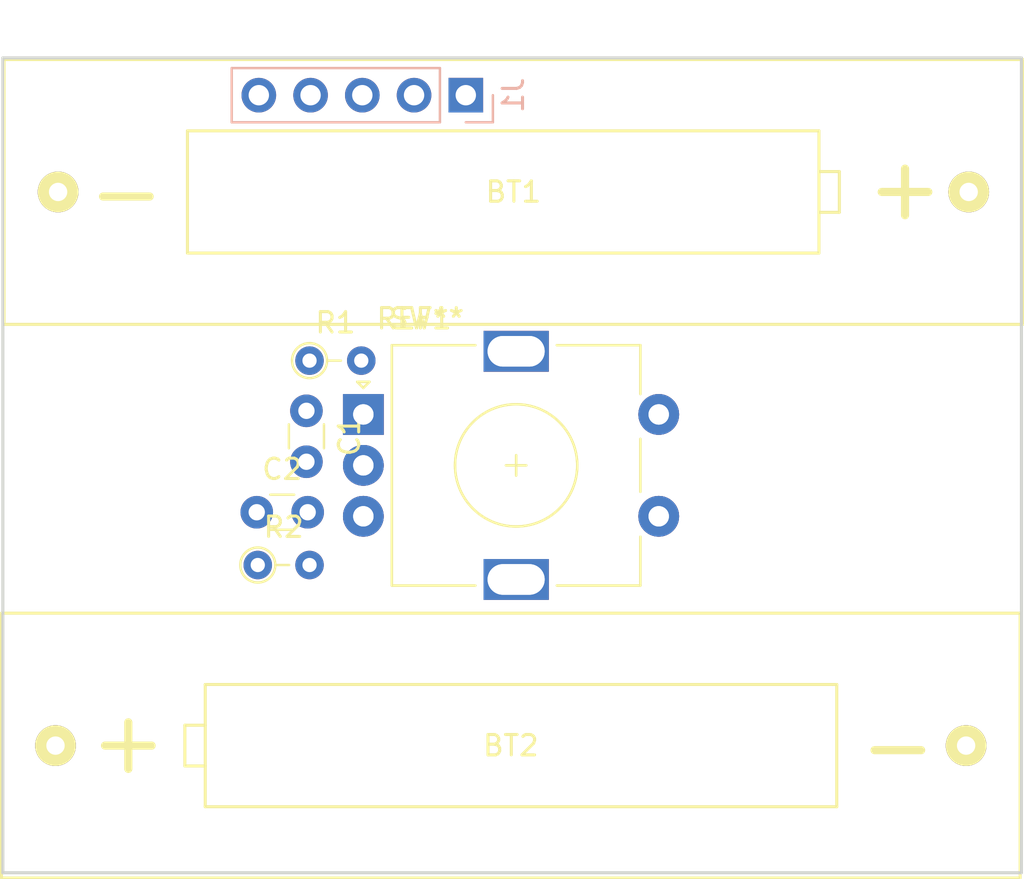
<source format=kicad_pcb>
(kicad_pcb (version 4) (host pcbnew 4.0.7)

  (general
    (links 14)
    (no_connects 14)
    (area 89.924999 69.924999 140.075001 110.075001)
    (thickness 1.6)
    (drawings 4)
    (tracks 0)
    (zones 0)
    (modules 9)
    (nets 9)
  )

  (page A4)
  (layers
    (0 F.Cu signal)
    (31 B.Cu signal)
    (32 B.Adhes user)
    (33 F.Adhes user)
    (34 B.Paste user)
    (35 F.Paste user)
    (36 B.SilkS user)
    (37 F.SilkS user)
    (38 B.Mask user)
    (39 F.Mask user)
    (40 Dwgs.User user)
    (41 Cmts.User user)
    (42 Eco1.User user)
    (43 Eco2.User user)
    (44 Edge.Cuts user)
    (45 Margin user)
    (46 B.CrtYd user)
    (47 F.CrtYd user)
    (48 B.Fab user)
    (49 F.Fab user)
  )

  (setup
    (last_trace_width 0.25)
    (trace_clearance 0.2)
    (zone_clearance 0.508)
    (zone_45_only no)
    (trace_min 0.2)
    (segment_width 0.2)
    (edge_width 0.15)
    (via_size 0.6)
    (via_drill 0.4)
    (via_min_size 0.4)
    (via_min_drill 0.3)
    (uvia_size 0.3)
    (uvia_drill 0.1)
    (uvias_allowed no)
    (uvia_min_size 0.2)
    (uvia_min_drill 0.1)
    (pcb_text_width 0.3)
    (pcb_text_size 1.5 1.5)
    (mod_edge_width 0.15)
    (mod_text_size 1 1)
    (mod_text_width 0.15)
    (pad_size 1.524 1.524)
    (pad_drill 0.762)
    (pad_to_mask_clearance 0.2)
    (aux_axis_origin 0 0)
    (visible_elements 7FFFFFFF)
    (pcbplotparams
      (layerselection 0x00030_80000001)
      (usegerberextensions false)
      (excludeedgelayer true)
      (linewidth 0.100000)
      (plotframeref false)
      (viasonmask false)
      (mode 1)
      (useauxorigin false)
      (hpglpennumber 1)
      (hpglpenspeed 20)
      (hpglpendiameter 15)
      (hpglpenoverlay 2)
      (psnegative false)
      (psa4output false)
      (plotreference true)
      (plotvalue true)
      (plotinvisibletext false)
      (padsonsilk false)
      (subtractmaskfromsilk false)
      (outputformat 1)
      (mirror false)
      (drillshape 1)
      (scaleselection 1)
      (outputdirectory ""))
  )

  (net 0 "")
  (net 1 VCC)
  (net 2 "Net-(BT1-Pad2)")
  (net 3 GND)
  (net 4 /CLK)
  (net 5 /DATA)
  (net 6 "Net-(J1-Pad3)")
  (net 7 "Net-(R1-Pad2)")
  (net 8 "Net-(R2-Pad2)")

  (net_class Default "This is the default net class."
    (clearance 0.2)
    (trace_width 0.25)
    (via_dia 0.6)
    (via_drill 0.4)
    (uvia_dia 0.3)
    (uvia_drill 0.1)
    (add_net /CLK)
    (add_net /DATA)
    (add_net GND)
    (add_net "Net-(BT1-Pad2)")
    (add_net "Net-(J1-Pad3)")
    (add_net "Net-(R1-Pad2)")
    (add_net "Net-(R2-Pad2)")
    (add_net VCC)
  )

  (module Rotary_Encoder:RotaryEncoder_Alps_EC11E-Switch_Vertical_H20mm_2 (layer F.Cu) (tedit 5BD62E55) (tstamp 5C34871D)
    (at 107.696 87.503)
    (descr "Alps rotary encoder, EC12E... with switch, vertical shaft, http://www.alps.com/prod/info/E/HTML/Encoder/Incremental/EC11/EC11E15204A3.html")
    (tags "rotary encoder")
    (fp_text reference REF** (at 2.8 -4.7) (layer F.SilkS)
      (effects (font (size 1 1) (thickness 0.15)))
    )
    (fp_text value RotaryEncoder_Alps_EC11E-Switch_Vertical_H20mm (at 7.5 10.4) (layer F.Fab)
      (effects (font (size 1 1) (thickness 0.15)))
    )
    (fp_text user %R (at 11.1 6.3) (layer F.Fab)
      (effects (font (size 1 1) (thickness 0.15)))
    )
    (fp_line (start 7 2.5) (end 8 2.5) (layer F.SilkS) (width 0.12))
    (fp_line (start 7.5 2) (end 7.5 3) (layer F.SilkS) (width 0.12))
    (fp_line (start 13.6 6) (end 13.6 8.4) (layer F.SilkS) (width 0.12))
    (fp_line (start 13.6 1.2) (end 13.6 3.8) (layer F.SilkS) (width 0.12))
    (fp_line (start 13.6 -3.4) (end 13.6 -1) (layer F.SilkS) (width 0.12))
    (fp_line (start 4.5 2.5) (end 10.5 2.5) (layer F.Fab) (width 0.12))
    (fp_line (start 7.5 -0.5) (end 7.5 5.5) (layer F.Fab) (width 0.12))
    (fp_line (start 0.3 -1.6) (end 0 -1.3) (layer F.SilkS) (width 0.12))
    (fp_line (start -0.3 -1.6) (end 0.3 -1.6) (layer F.SilkS) (width 0.12))
    (fp_line (start 0 -1.3) (end -0.3 -1.6) (layer F.SilkS) (width 0.12))
    (fp_line (start 1.4 -3.4) (end 1.4 8.4) (layer F.SilkS) (width 0.12))
    (fp_line (start 5.5 -3.4) (end 1.4 -3.4) (layer F.SilkS) (width 0.12))
    (fp_line (start 5.5 8.4) (end 1.4 8.4) (layer F.SilkS) (width 0.12))
    (fp_line (start 13.6 8.4) (end 9.5 8.4) (layer F.SilkS) (width 0.12))
    (fp_line (start 9.5 -3.4) (end 13.6 -3.4) (layer F.SilkS) (width 0.12))
    (fp_line (start 1.5 -2.2) (end 2.5 -3.3) (layer F.Fab) (width 0.12))
    (fp_line (start 1.5 8.3) (end 1.5 -2.2) (layer F.Fab) (width 0.12))
    (fp_line (start 13.5 8.3) (end 1.5 8.3) (layer F.Fab) (width 0.12))
    (fp_line (start 13.5 -3.3) (end 13.5 8.3) (layer F.Fab) (width 0.12))
    (fp_line (start 2.5 -3.3) (end 13.5 -3.3) (layer F.Fab) (width 0.12))
    (fp_line (start -1.5 -4.6) (end 16 -4.6) (layer F.CrtYd) (width 0.05))
    (fp_line (start -1.5 -4.6) (end -1.5 9.6) (layer F.CrtYd) (width 0.05))
    (fp_line (start 16 9.6) (end 16 -4.6) (layer F.CrtYd) (width 0.05))
    (fp_line (start 16 9.6) (end -1.5 9.6) (layer F.CrtYd) (width 0.05))
    (fp_circle (center 7.5 2.5) (end 10.5 2.5) (layer F.SilkS) (width 0.12))
    (fp_circle (center 7.5 2.5) (end 10.5 2.5) (layer F.Fab) (width 0.12))
    (pad 5 thru_hole circle (at 14.5 5) (size 2 2) (drill 1) (layers *.Cu *.Mask))
    (pad 4 thru_hole circle (at 14.5 0) (size 2 2) (drill 1) (layers *.Cu *.Mask))
    (pad MP thru_hole rect (at 7.5 8.1) (size 3.2 2) (drill oval 2.8 1.5) (layers *.Cu *.Mask))
    (pad MP thru_hole rect (at 7.5 -3.1) (size 3.2 2) (drill oval 2.8 1.5) (layers *.Cu *.Mask))
    (pad 3 thru_hole circle (at 0 5) (size 2 2) (drill 1) (layers *.Cu *.Mask))
    (pad 2 thru_hole circle (at 0 2.5) (size 2 2) (drill 1) (layers *.Cu *.Mask))
    (pad 1 thru_hole rect (at 0 0) (size 2 2) (drill 1) (layers *.Cu *.Mask))
    (model ../../../../../../Users/holger/kicad/walter/misc_comp/encoder_alps-ec12d.wrl
      (at (xyz 0.3 -0.1 -0))
      (scale (xyz 1 1 1))
      (rotate (xyz -0 0 90))
    )
  )

  (module Modules:AAA_Holder_Keystone2466 (layer F.Cu) (tedit 595C929F) (tstamp 5C34F52B)
    (at 115.062 76.581 270)
    (path /5C34EF65)
    (fp_text reference BT1 (at 0 0 360) (layer F.SilkS)
      (effects (font (size 1 1) (thickness 0.15)))
    )
    (fp_text value Battery_Cell (at 4.5 0 360) (layer F.Fab)
      (effects (font (size 1 1) (thickness 0.15)))
    )
    (fp_text user - (at 0 19 360) (layer F.SilkS)
      (effects (font (size 3 3) (thickness 0.4)))
    )
    (fp_line (start -1 -15) (end -1 -16) (layer F.SilkS) (width 0.15))
    (fp_line (start -1 -16) (end 1 -16) (layer F.SilkS) (width 0.15))
    (fp_line (start 1 -16) (end 1 -15) (layer F.SilkS) (width 0.15))
    (fp_line (start -3 -15) (end 3 -15) (layer F.SilkS) (width 0.15))
    (fp_line (start 3 -15) (end 3 16) (layer F.SilkS) (width 0.15))
    (fp_line (start 3 16) (end -3 16) (layer F.SilkS) (width 0.15))
    (fp_line (start -3 16) (end -3 -15) (layer F.SilkS) (width 0.15))
    (fp_text user + (at 0 -19 270) (layer F.SilkS)
      (effects (font (size 3 3) (thickness 0.4)))
    )
    (fp_line (start 0 -25) (end 6.5 -25) (layer F.SilkS) (width 0.15))
    (fp_line (start 6.5 -25) (end 6.5 25) (layer F.SilkS) (width 0.15))
    (fp_line (start 6.5 25) (end -6.5 25) (layer F.SilkS) (width 0.15))
    (fp_line (start -6.5 25) (end -6.5 -25) (layer F.SilkS) (width 0.15))
    (fp_line (start -6.5 -25) (end 0 -25) (layer F.SilkS) (width 0.15))
    (pad 1 thru_hole circle (at 0 -22.35 270) (size 2 2) (drill 0.9) (layers *.Cu *.Mask F.SilkS)
      (net 1 VCC))
    (pad 2 thru_hole circle (at 0 22.35 270) (size 2 2) (drill 0.9) (layers *.Cu *.Mask F.SilkS)
      (net 2 "Net-(BT1-Pad2)"))
  )

  (module Modules:AAA_Holder_Keystone2466 (layer F.Cu) (tedit 595C929F) (tstamp 5C34F53F)
    (at 114.935 103.759 90)
    (path /5C34EF80)
    (fp_text reference BT2 (at 0 0 180) (layer F.SilkS)
      (effects (font (size 1 1) (thickness 0.15)))
    )
    (fp_text value Battery_Cell (at 4.5 0 180) (layer F.Fab)
      (effects (font (size 1 1) (thickness 0.15)))
    )
    (fp_text user - (at 0 19 180) (layer F.SilkS)
      (effects (font (size 3 3) (thickness 0.4)))
    )
    (fp_line (start -1 -15) (end -1 -16) (layer F.SilkS) (width 0.15))
    (fp_line (start -1 -16) (end 1 -16) (layer F.SilkS) (width 0.15))
    (fp_line (start 1 -16) (end 1 -15) (layer F.SilkS) (width 0.15))
    (fp_line (start -3 -15) (end 3 -15) (layer F.SilkS) (width 0.15))
    (fp_line (start 3 -15) (end 3 16) (layer F.SilkS) (width 0.15))
    (fp_line (start 3 16) (end -3 16) (layer F.SilkS) (width 0.15))
    (fp_line (start -3 16) (end -3 -15) (layer F.SilkS) (width 0.15))
    (fp_text user + (at 0 -19 90) (layer F.SilkS)
      (effects (font (size 3 3) (thickness 0.4)))
    )
    (fp_line (start 0 -25) (end 6.5 -25) (layer F.SilkS) (width 0.15))
    (fp_line (start 6.5 -25) (end 6.5 25) (layer F.SilkS) (width 0.15))
    (fp_line (start 6.5 25) (end -6.5 25) (layer F.SilkS) (width 0.15))
    (fp_line (start -6.5 25) (end -6.5 -25) (layer F.SilkS) (width 0.15))
    (fp_line (start -6.5 -25) (end 0 -25) (layer F.SilkS) (width 0.15))
    (pad 1 thru_hole circle (at 0 -22.35 90) (size 2 2) (drill 0.9) (layers *.Cu *.Mask F.SilkS)
      (net 2 "Net-(BT1-Pad2)"))
    (pad 2 thru_hole circle (at 0 22.35 90) (size 2 2) (drill 0.9) (layers *.Cu *.Mask F.SilkS)
      (net 3 GND))
  )

  (module Pin_Headers:Pin_Header_Straight_1x05_Pitch2.54mm (layer B.Cu) (tedit 59650532) (tstamp 5C34F57E)
    (at 112.7252 71.8312 90)
    (descr "Through hole straight pin header, 1x05, 2.54mm pitch, single row")
    (tags "Through hole pin header THT 1x05 2.54mm single row")
    (path /5C34EE1F)
    (fp_text reference J1 (at 0 2.33 90) (layer B.SilkS)
      (effects (font (size 1 1) (thickness 0.15)) (justify mirror))
    )
    (fp_text value Conn_01x05 (at 0 -12.49 90) (layer B.Fab)
      (effects (font (size 1 1) (thickness 0.15)) (justify mirror))
    )
    (fp_line (start -0.635 1.27) (end 1.27 1.27) (layer B.Fab) (width 0.1))
    (fp_line (start 1.27 1.27) (end 1.27 -11.43) (layer B.Fab) (width 0.1))
    (fp_line (start 1.27 -11.43) (end -1.27 -11.43) (layer B.Fab) (width 0.1))
    (fp_line (start -1.27 -11.43) (end -1.27 0.635) (layer B.Fab) (width 0.1))
    (fp_line (start -1.27 0.635) (end -0.635 1.27) (layer B.Fab) (width 0.1))
    (fp_line (start -1.33 -11.49) (end 1.33 -11.49) (layer B.SilkS) (width 0.12))
    (fp_line (start -1.33 -1.27) (end -1.33 -11.49) (layer B.SilkS) (width 0.12))
    (fp_line (start 1.33 -1.27) (end 1.33 -11.49) (layer B.SilkS) (width 0.12))
    (fp_line (start -1.33 -1.27) (end 1.33 -1.27) (layer B.SilkS) (width 0.12))
    (fp_line (start -1.33 0) (end -1.33 1.33) (layer B.SilkS) (width 0.12))
    (fp_line (start -1.33 1.33) (end 0 1.33) (layer B.SilkS) (width 0.12))
    (fp_line (start -1.8 1.8) (end -1.8 -11.95) (layer B.CrtYd) (width 0.05))
    (fp_line (start -1.8 -11.95) (end 1.8 -11.95) (layer B.CrtYd) (width 0.05))
    (fp_line (start 1.8 -11.95) (end 1.8 1.8) (layer B.CrtYd) (width 0.05))
    (fp_line (start 1.8 1.8) (end -1.8 1.8) (layer B.CrtYd) (width 0.05))
    (fp_text user %R (at 0 -5.08 360) (layer B.Fab)
      (effects (font (size 1 1) (thickness 0.15)) (justify mirror))
    )
    (pad 1 thru_hole rect (at 0 0 90) (size 1.7 1.7) (drill 1) (layers *.Cu *.Mask)
      (net 1 VCC))
    (pad 2 thru_hole oval (at 0 -2.54 90) (size 1.7 1.7) (drill 1) (layers *.Cu *.Mask)
      (net 3 GND))
    (pad 3 thru_hole oval (at 0 -5.08 90) (size 1.7 1.7) (drill 1) (layers *.Cu *.Mask)
      (net 6 "Net-(J1-Pad3)"))
    (pad 4 thru_hole oval (at 0 -7.62 90) (size 1.7 1.7) (drill 1) (layers *.Cu *.Mask)
      (net 4 /CLK))
    (pad 5 thru_hole oval (at 0 -10.16 90) (size 1.7 1.7) (drill 1) (layers *.Cu *.Mask)
      (net 5 /DATA))
    (model ${KISYS3DMOD}/Pin_Headers.3dshapes/Pin_Header_Straight_1x05_Pitch2.54mm.wrl
      (at (xyz 0 0 0))
      (scale (xyz 1 1 1))
      (rotate (xyz 0 0 0))
    )
  )

  (module Rotary_Encoder:RotaryEncoder_Alps_EC11E-Switch_Vertical_H20mm_2 (layer F.Cu) (tedit 5BD62E55) (tstamp 5C34F5D0)
    (at 107.696 87.503)
    (descr "Alps rotary encoder, EC12E... with switch, vertical shaft, http://www.alps.com/prod/info/E/HTML/Encoder/Incremental/EC11/EC11E15204A3.html")
    (tags "rotary encoder")
    (path /5C34EDAA)
    (fp_text reference SW1 (at 2.8 -4.7) (layer F.SilkS)
      (effects (font (size 1 1) (thickness 0.15)))
    )
    (fp_text value Rotary_Encoder_Switch (at 7.5 10.4) (layer F.Fab)
      (effects (font (size 1 1) (thickness 0.15)))
    )
    (fp_text user %R (at 11.1 6.3) (layer F.Fab)
      (effects (font (size 1 1) (thickness 0.15)))
    )
    (fp_line (start 7 2.5) (end 8 2.5) (layer F.SilkS) (width 0.12))
    (fp_line (start 7.5 2) (end 7.5 3) (layer F.SilkS) (width 0.12))
    (fp_line (start 13.6 6) (end 13.6 8.4) (layer F.SilkS) (width 0.12))
    (fp_line (start 13.6 1.2) (end 13.6 3.8) (layer F.SilkS) (width 0.12))
    (fp_line (start 13.6 -3.4) (end 13.6 -1) (layer F.SilkS) (width 0.12))
    (fp_line (start 4.5 2.5) (end 10.5 2.5) (layer F.Fab) (width 0.12))
    (fp_line (start 7.5 -0.5) (end 7.5 5.5) (layer F.Fab) (width 0.12))
    (fp_line (start 0.3 -1.6) (end 0 -1.3) (layer F.SilkS) (width 0.12))
    (fp_line (start -0.3 -1.6) (end 0.3 -1.6) (layer F.SilkS) (width 0.12))
    (fp_line (start 0 -1.3) (end -0.3 -1.6) (layer F.SilkS) (width 0.12))
    (fp_line (start 1.4 -3.4) (end 1.4 8.4) (layer F.SilkS) (width 0.12))
    (fp_line (start 5.5 -3.4) (end 1.4 -3.4) (layer F.SilkS) (width 0.12))
    (fp_line (start 5.5 8.4) (end 1.4 8.4) (layer F.SilkS) (width 0.12))
    (fp_line (start 13.6 8.4) (end 9.5 8.4) (layer F.SilkS) (width 0.12))
    (fp_line (start 9.5 -3.4) (end 13.6 -3.4) (layer F.SilkS) (width 0.12))
    (fp_line (start 1.5 -2.2) (end 2.5 -3.3) (layer F.Fab) (width 0.12))
    (fp_line (start 1.5 8.3) (end 1.5 -2.2) (layer F.Fab) (width 0.12))
    (fp_line (start 13.5 8.3) (end 1.5 8.3) (layer F.Fab) (width 0.12))
    (fp_line (start 13.5 -3.3) (end 13.5 8.3) (layer F.Fab) (width 0.12))
    (fp_line (start 2.5 -3.3) (end 13.5 -3.3) (layer F.Fab) (width 0.12))
    (fp_line (start -1.5 -4.6) (end 16 -4.6) (layer F.CrtYd) (width 0.05))
    (fp_line (start -1.5 -4.6) (end -1.5 9.6) (layer F.CrtYd) (width 0.05))
    (fp_line (start 16 9.6) (end 16 -4.6) (layer F.CrtYd) (width 0.05))
    (fp_line (start 16 9.6) (end -1.5 9.6) (layer F.CrtYd) (width 0.05))
    (fp_circle (center 7.5 2.5) (end 10.5 2.5) (layer F.SilkS) (width 0.12))
    (fp_circle (center 7.5 2.5) (end 10.5 2.5) (layer F.Fab) (width 0.12))
    (pad 5 thru_hole circle (at 14.5 5) (size 2 2) (drill 1) (layers *.Cu *.Mask)
      (net 3 GND))
    (pad 4 thru_hole circle (at 14.5 0) (size 2 2) (drill 1) (layers *.Cu *.Mask)
      (net 6 "Net-(J1-Pad3)"))
    (pad MP thru_hole rect (at 7.5 8.1) (size 3.2 2) (drill oval 2.8 1.5) (layers *.Cu *.Mask))
    (pad MP thru_hole rect (at 7.5 -3.1) (size 3.2 2) (drill oval 2.8 1.5) (layers *.Cu *.Mask))
    (pad 3 thru_hole circle (at 0 5) (size 2 2) (drill 1) (layers *.Cu *.Mask)
      (net 8 "Net-(R2-Pad2)"))
    (pad 2 thru_hole circle (at 0 2.5) (size 2 2) (drill 1) (layers *.Cu *.Mask)
      (net 3 GND))
    (pad 1 thru_hole rect (at 0 0) (size 2 2) (drill 1) (layers *.Cu *.Mask)
      (net 7 "Net-(R1-Pad2)"))
    (model ${KISYS3DMOD}/Rotary_Encoder.3dshapes/RotaryEncoder_Alps_EC11E-Switch_Vertical_H20mm.wrl
      (at (xyz 0 0 0))
      (scale (xyz 1 1 1))
      (rotate (xyz 0 0 0))
    )
  )

  (module Capacitors_ThroughHole:C_Disc_D3.0mm_W1.6mm_P2.50mm (layer F.Cu) (tedit 597BC7C2) (tstamp 5C34F87D)
    (at 104.902 87.3252 270)
    (descr "C, Disc series, Radial, pin pitch=2.50mm, , diameter*width=3.0*1.6mm^2, Capacitor, http://www.vishay.com/docs/45233/krseries.pdf")
    (tags "C Disc series Radial pin pitch 2.50mm  diameter 3.0mm width 1.6mm Capacitor")
    (path /5C34F37B)
    (fp_text reference C1 (at 1.25 -2.11 270) (layer F.SilkS)
      (effects (font (size 1 1) (thickness 0.15)))
    )
    (fp_text value C_Small (at 1.25 2.11 270) (layer F.Fab)
      (effects (font (size 1 1) (thickness 0.15)))
    )
    (fp_line (start -0.25 -0.8) (end -0.25 0.8) (layer F.Fab) (width 0.1))
    (fp_line (start -0.25 0.8) (end 2.75 0.8) (layer F.Fab) (width 0.1))
    (fp_line (start 2.75 0.8) (end 2.75 -0.8) (layer F.Fab) (width 0.1))
    (fp_line (start 2.75 -0.8) (end -0.25 -0.8) (layer F.Fab) (width 0.1))
    (fp_line (start 0.663 -0.861) (end 1.837 -0.861) (layer F.SilkS) (width 0.12))
    (fp_line (start 0.663 0.861) (end 1.837 0.861) (layer F.SilkS) (width 0.12))
    (fp_line (start -1.05 -1.15) (end -1.05 1.15) (layer F.CrtYd) (width 0.05))
    (fp_line (start -1.05 1.15) (end 3.55 1.15) (layer F.CrtYd) (width 0.05))
    (fp_line (start 3.55 1.15) (end 3.55 -1.15) (layer F.CrtYd) (width 0.05))
    (fp_line (start 3.55 -1.15) (end -1.05 -1.15) (layer F.CrtYd) (width 0.05))
    (fp_text user %R (at 1.25 0 270) (layer F.Fab)
      (effects (font (size 1 1) (thickness 0.15)))
    )
    (pad 1 thru_hole circle (at 0 0 270) (size 1.6 1.6) (drill 0.8) (layers *.Cu *.Mask)
      (net 4 /CLK))
    (pad 2 thru_hole circle (at 2.5 0 270) (size 1.6 1.6) (drill 0.8) (layers *.Cu *.Mask)
      (net 3 GND))
    (model ${KISYS3DMOD}/Capacitors_THT.3dshapes/C_Disc_D3.0mm_W1.6mm_P2.50mm.wrl
      (at (xyz 0 0 0))
      (scale (xyz 1 1 1))
      (rotate (xyz 0 0 0))
    )
  )

  (module Capacitors_ThroughHole:C_Disc_D3.0mm_W1.6mm_P2.50mm (layer F.Cu) (tedit 597BC7C2) (tstamp 5C34F88E)
    (at 102.4636 92.3036)
    (descr "C, Disc series, Radial, pin pitch=2.50mm, , diameter*width=3.0*1.6mm^2, Capacitor, http://www.vishay.com/docs/45233/krseries.pdf")
    (tags "C Disc series Radial pin pitch 2.50mm  diameter 3.0mm width 1.6mm Capacitor")
    (path /5C34F32E)
    (fp_text reference C2 (at 1.25 -2.11) (layer F.SilkS)
      (effects (font (size 1 1) (thickness 0.15)))
    )
    (fp_text value C_Small (at 1.25 2.11) (layer F.Fab)
      (effects (font (size 1 1) (thickness 0.15)))
    )
    (fp_line (start -0.25 -0.8) (end -0.25 0.8) (layer F.Fab) (width 0.1))
    (fp_line (start -0.25 0.8) (end 2.75 0.8) (layer F.Fab) (width 0.1))
    (fp_line (start 2.75 0.8) (end 2.75 -0.8) (layer F.Fab) (width 0.1))
    (fp_line (start 2.75 -0.8) (end -0.25 -0.8) (layer F.Fab) (width 0.1))
    (fp_line (start 0.663 -0.861) (end 1.837 -0.861) (layer F.SilkS) (width 0.12))
    (fp_line (start 0.663 0.861) (end 1.837 0.861) (layer F.SilkS) (width 0.12))
    (fp_line (start -1.05 -1.15) (end -1.05 1.15) (layer F.CrtYd) (width 0.05))
    (fp_line (start -1.05 1.15) (end 3.55 1.15) (layer F.CrtYd) (width 0.05))
    (fp_line (start 3.55 1.15) (end 3.55 -1.15) (layer F.CrtYd) (width 0.05))
    (fp_line (start 3.55 -1.15) (end -1.05 -1.15) (layer F.CrtYd) (width 0.05))
    (fp_text user %R (at 1.25 0) (layer F.Fab)
      (effects (font (size 1 1) (thickness 0.15)))
    )
    (pad 1 thru_hole circle (at 0 0) (size 1.6 1.6) (drill 0.8) (layers *.Cu *.Mask)
      (net 5 /DATA))
    (pad 2 thru_hole circle (at 2.5 0) (size 1.6 1.6) (drill 0.8) (layers *.Cu *.Mask)
      (net 3 GND))
    (model ${KISYS3DMOD}/Capacitors_THT.3dshapes/C_Disc_D3.0mm_W1.6mm_P2.50mm.wrl
      (at (xyz 0 0 0))
      (scale (xyz 1 1 1))
      (rotate (xyz 0 0 0))
    )
  )

  (module Resistors_ThroughHole:R_Axial_DIN0204_L3.6mm_D1.6mm_P2.54mm_Vertical (layer F.Cu) (tedit 5874F706) (tstamp 5C34F89C)
    (at 105.0544 84.8614)
    (descr "Resistor, Axial_DIN0204 series, Axial, Vertical, pin pitch=2.54mm, 0.16666666666666666W = 1/6W, length*diameter=3.6*1.6mm^2, http://cdn-reichelt.de/documents/datenblatt/B400/1_4W%23YAG.pdf")
    (tags "Resistor Axial_DIN0204 series Axial Vertical pin pitch 2.54mm 0.16666666666666666W = 1/6W length 3.6mm diameter 1.6mm")
    (path /5C34F103)
    (fp_text reference R1 (at 1.27 -1.86) (layer F.SilkS)
      (effects (font (size 1 1) (thickness 0.15)))
    )
    (fp_text value R_Small (at 1.27 1.86) (layer F.Fab)
      (effects (font (size 1 1) (thickness 0.15)))
    )
    (fp_circle (center 0 0) (end 0.8 0) (layer F.Fab) (width 0.1))
    (fp_circle (center 0 0) (end 0.86 0) (layer F.SilkS) (width 0.12))
    (fp_line (start 0 0) (end 2.54 0) (layer F.Fab) (width 0.1))
    (fp_line (start 0.86 0) (end 1.54 0) (layer F.SilkS) (width 0.12))
    (fp_line (start -1.15 -1.15) (end -1.15 1.15) (layer F.CrtYd) (width 0.05))
    (fp_line (start -1.15 1.15) (end 3.55 1.15) (layer F.CrtYd) (width 0.05))
    (fp_line (start 3.55 1.15) (end 3.55 -1.15) (layer F.CrtYd) (width 0.05))
    (fp_line (start 3.55 -1.15) (end -1.15 -1.15) (layer F.CrtYd) (width 0.05))
    (pad 1 thru_hole circle (at 0 0) (size 1.4 1.4) (drill 0.7) (layers *.Cu *.Mask)
      (net 4 /CLK))
    (pad 2 thru_hole oval (at 2.54 0) (size 1.4 1.4) (drill 0.7) (layers *.Cu *.Mask)
      (net 7 "Net-(R1-Pad2)"))
    (model ${KISYS3DMOD}/Resistors_THT.3dshapes/R_Axial_DIN0204_L3.6mm_D1.6mm_P2.54mm_Vertical.wrl
      (at (xyz 0 0 0))
      (scale (xyz 0.393701 0.393701 0.393701))
      (rotate (xyz 0 0 0))
    )
  )

  (module Resistors_ThroughHole:R_Axial_DIN0204_L3.6mm_D1.6mm_P2.54mm_Vertical (layer F.Cu) (tedit 5874F706) (tstamp 5C34F8AA)
    (at 102.5144 94.8944)
    (descr "Resistor, Axial_DIN0204 series, Axial, Vertical, pin pitch=2.54mm, 0.16666666666666666W = 1/6W, length*diameter=3.6*1.6mm^2, http://cdn-reichelt.de/documents/datenblatt/B400/1_4W%23YAG.pdf")
    (tags "Resistor Axial_DIN0204 series Axial Vertical pin pitch 2.54mm 0.16666666666666666W = 1/6W length 3.6mm diameter 1.6mm")
    (path /5C34F142)
    (fp_text reference R2 (at 1.27 -1.86) (layer F.SilkS)
      (effects (font (size 1 1) (thickness 0.15)))
    )
    (fp_text value R_Small (at 1.27 1.86) (layer F.Fab)
      (effects (font (size 1 1) (thickness 0.15)))
    )
    (fp_circle (center 0 0) (end 0.8 0) (layer F.Fab) (width 0.1))
    (fp_circle (center 0 0) (end 0.86 0) (layer F.SilkS) (width 0.12))
    (fp_line (start 0 0) (end 2.54 0) (layer F.Fab) (width 0.1))
    (fp_line (start 0.86 0) (end 1.54 0) (layer F.SilkS) (width 0.12))
    (fp_line (start -1.15 -1.15) (end -1.15 1.15) (layer F.CrtYd) (width 0.05))
    (fp_line (start -1.15 1.15) (end 3.55 1.15) (layer F.CrtYd) (width 0.05))
    (fp_line (start 3.55 1.15) (end 3.55 -1.15) (layer F.CrtYd) (width 0.05))
    (fp_line (start 3.55 -1.15) (end -1.15 -1.15) (layer F.CrtYd) (width 0.05))
    (pad 1 thru_hole circle (at 0 0) (size 1.4 1.4) (drill 0.7) (layers *.Cu *.Mask)
      (net 5 /DATA))
    (pad 2 thru_hole oval (at 2.54 0) (size 1.4 1.4) (drill 0.7) (layers *.Cu *.Mask)
      (net 8 "Net-(R2-Pad2)"))
    (model ${KISYS3DMOD}/Resistors_THT.3dshapes/R_Axial_DIN0204_L3.6mm_D1.6mm_P2.54mm_Vertical.wrl
      (at (xyz 0 0 0))
      (scale (xyz 0.393701 0.393701 0.393701))
      (rotate (xyz 0 0 0))
    )
  )

  (gr_line (start 90 110) (end 90 70) (angle 90) (layer Edge.Cuts) (width 0.15))
  (gr_line (start 140 110) (end 90 110) (angle 90) (layer Edge.Cuts) (width 0.15))
  (gr_line (start 140 70) (end 140 110) (angle 90) (layer Edge.Cuts) (width 0.15))
  (gr_line (start 90 70) (end 140 70) (angle 90) (layer Edge.Cuts) (width 0.15))

)

</source>
